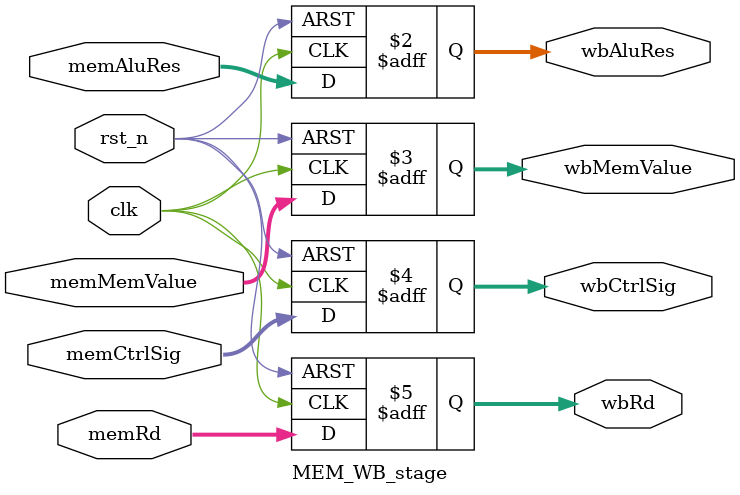
<source format=v>
module MEM_WB_stage (
  input clk,    // Clock
  input rst_n,  // Reset 

  input wire [31:0] memAluRes, memMemValue,
  input wire [9:0] memCtrlSig, 
  input wire [4:0] memRd, 

  output reg [31:0] wbAluRes, wbMemValue, 
  output reg [9:0] wbCtrlSig,
  output reg [4:0] wbRd
);

always @(posedge clk, posedge rst_n)
  begin 
    if(rst_n)
      begin 
        wbAluRes <= 32'b0;
        wbMemValue <= 32'b0;
        wbCtrlSig <= 9'b0;
        wbRd <= 5'b0;
      end 
    else 
      begin 
        wbAluRes <= memAluRes;
        wbMemValue <= memMemValue;
        wbCtrlSig <= memCtrlSig;
        wbRd <= memRd;
      end 
  end 
endmodule

</source>
